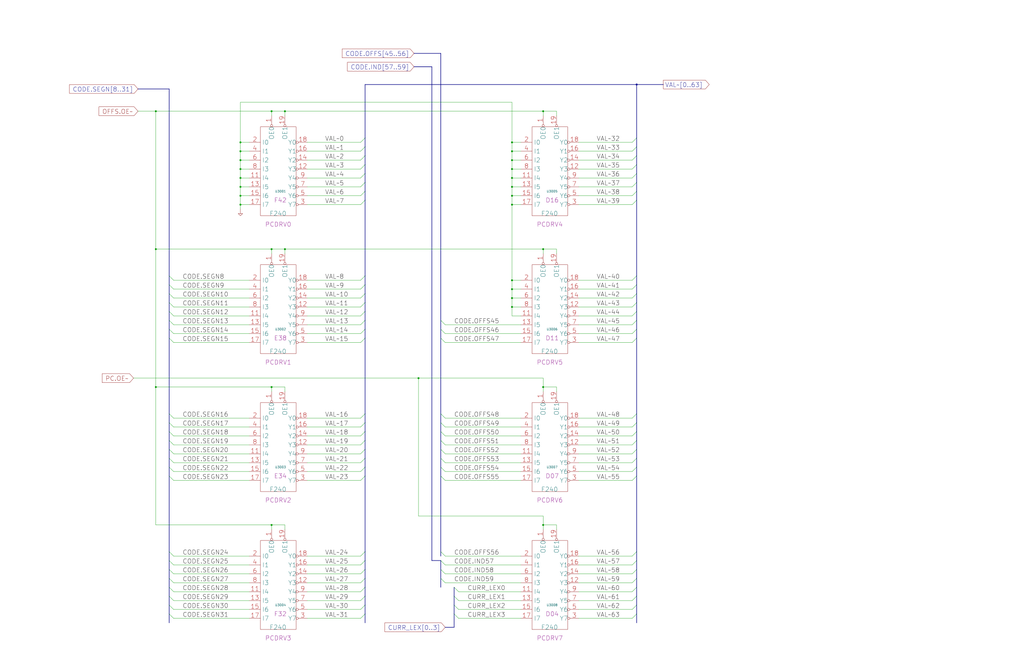
<source format=kicad_sch>
(kicad_sch (version 20250114) (generator "eeschema") (generator_version "9.0")
  (paper "User" 584.2 378.46)
  (title_block (title "CODE DRIVER") (date "22-MAY-90") (rev "1.0") (comment 1 "SEQUENCER") (comment 2 "232-003064") (comment 3 "S400") (comment 4 "RELEASED"))
  (lib_symbols
    (symbol "r1000:F240" (pin_names (offset 1.016))
      (property "Reference" "U" (at 2.54 5.08 0))
      (property "Value" "F240" (at -3.81 -7.62 0))
      (property "Location" "___" (at -1.27 0 0))
      (property "Name" "______" (at 1.27 -15.24 0))
      (symbol "F240_1_1"
        (rectangle (start -8.89 41.91) (end 11.43 -8.89))
        (circle (center -2.54 42.545) (radius 0.635))
        (circle (center 5.08 42.545) (radius 0.635))
        (circle (center 12.065 33.02) (radius 0.635))
        (circle (center 12.065 27.94) (radius 0.635))
        (circle (center 12.065 22.86) (radius 0.635))
        (circle (center 12.065 17.78) (radius 0.635))
        (circle (center 12.065 12.7) (radius 0.635))
        (circle (center 12.065 7.62) (radius 0.635))
        (circle (center 12.065 2.54) (radius 0.635))
        (circle (center 12.065 -2.54) (radius 0.635))
        (pin input line (at -15.24 33.02 0) (length 6.35) (name "I0") (number "2"))
        (pin input line (at -15.24 27.94 0) (length 6.35) (name "I1") (number "4"))
        (pin input line (at -15.24 22.86 0) (length 6.35) (name "I2") (number "6"))
        (pin input line (at -15.24 17.78 0) (length 6.35) (name "I3") (number "8"))
        (pin input line (at -15.24 12.7 0) (length 6.35) (name "I4") (number "11"))
        (pin input line (at -15.24 7.62 0) (length 6.35) (name "I5") (number "13"))
        (pin input line (at -15.24 2.54 0) (length 6.35) (name "I6") (number "15"))
        (pin input line (at -15.24 -2.54 0) (length 6.35) (name "I7") (number "17"))
        (pin input line (at -2.54 48.26 270) (length 5.08) (name "OE0") (number "1"))
        (pin input line (at 5.08 48.26 270) (length 5.08) (name "OE1") (number "19"))
        (pin tri_state line (at 17.78 33.02 180) (length 5.08) (name "Y0") (number "18"))
        (pin tri_state line (at 17.78 27.94 180) (length 5.08) (name "Y1") (number "16"))
        (pin tri_state line (at 17.78 22.86 180) (length 5.08) (name "Y2") (number "14"))
        (pin tri_state line (at 17.78 17.78 180) (length 5.08) (name "Y3") (number "12"))
        (pin tri_state line (at 17.78 12.7 180) (length 5.08) (name "Y4") (number "9"))
        (pin tri_state line (at 17.78 7.62 180) (length 5.08) (name "Y5") (number "7"))
        (pin tri_state line (at 17.78 2.54 180) (length 5.08) (name "Y6") (number "5"))
        (pin tri_state line (at 17.78 -2.54 180) (length 5.08) (name "Y7") (number "3"))
      )
    )
    (symbol "r1000:PD" (power) (pin_numbers (hide yes)) (pin_names (hide yes)) (in_bom no)
      (symbol "PD_0_1"
        (polyline (pts (xy 0 -2.54) (xy 1.27 -2.54) (xy 0 -3.81) (xy -1.27 -2.54) (xy 0 -2.54)) (stroke (width 0.1524)))
      )
      (symbol "PD_1_1"
        (pin power_in line (at 0 0 270) (length 2.54) (name "PD") (number "1"))
      )
    )
  )
  (junction (at 292.1 81.28))
  (junction (at 137.16 111.76))
  (junction (at 137.16 96.52))
  (junction (at 292.1 116.84))
  (junction (at 292.1 175.26))
  (junction (at 162.56 142.24))
  (junction (at 88.9 220.98))
  (junction (at 137.16 91.44))
  (junction (at 309.88 220.98))
  (junction (at 292.1 101.6))
  (junction (at 292.1 165.1))
  (junction (at 292.1 170.18))
  (junction (at 137.16 101.6))
  (junction (at 154.94 220.98))
  (junction (at 292.1 86.36))
  (junction (at 88.9 63.5))
  (junction (at 137.16 86.36))
  (junction (at 292.1 96.52))
  (junction (at 292.1 111.76))
  (junction (at 292.1 91.44))
  (junction (at 137.16 81.28))
  (junction (at 309.88 142.24))
  (junction (at 154.94 142.24))
  (junction (at 309.88 299.72))
  (junction (at 137.16 116.84))
  (junction (at 154.94 63.5))
  (junction (at 238.76 215.9))
  (junction (at 88.9 142.24))
  (junction (at 162.56 63.5))
  (junction (at 154.94 299.72))
  (junction (at 292.1 106.68))
  (junction (at 137.16 106.68))
  (junction (at 309.88 63.5))
  (junction (at 363.22 48.26))
  (junction (at 292.1 160.02))
  (bus_entry (at 363.22 104.14) (size -2.54 2.54))
  (bus_entry (at 363.22 193.04) (size -2.54 2.54))
  (bus_entry (at 208.28 241.3) (size -2.54 2.54))
  (bus_entry (at 251.46 266.7) (size 2.54 2.54))
  (bus_entry (at 363.22 251.46) (size -2.54 2.54))
  (bus_entry (at 208.28 99.06) (size -2.54 2.54))
  (bus_entry (at 259.08 340.36) (size 2.54 2.54))
  (bus_entry (at 251.46 246.38) (size 2.54 2.54))
  (bus_entry (at 208.28 104.14) (size -2.54 2.54))
  (bus_entry (at 208.28 330.2) (size -2.54 2.54))
  (bus_entry (at 208.28 256.54) (size -2.54 2.54))
  (bus_entry (at 208.28 93.98) (size -2.54 2.54))
  (bus_entry (at 259.08 345.44) (size 2.54 2.54))
  (bus_entry (at 208.28 335.28) (size -2.54 2.54))
  (bus_entry (at 208.28 350.52) (size -2.54 2.54))
  (bus_entry (at 251.46 251.46) (size 2.54 2.54))
  (bus_entry (at 208.28 162.56) (size -2.54 2.54))
  (bus_entry (at 96.52 335.28) (size 2.54 2.54))
  (bus_entry (at 96.52 193.04) (size 2.54 2.54))
  (bus_entry (at 96.52 340.36) (size 2.54 2.54))
  (bus_entry (at 363.22 340.36) (size -2.54 2.54))
  (bus_entry (at 208.28 88.9) (size -2.54 2.54))
  (bus_entry (at 208.28 314.96) (size -2.54 2.54))
  (bus_entry (at 208.28 325.12) (size -2.54 2.54))
  (bus_entry (at 208.28 266.7) (size -2.54 2.54))
  (bus_entry (at 96.52 157.48) (size 2.54 2.54))
  (bus_entry (at 96.52 246.38) (size 2.54 2.54))
  (bus_entry (at 208.28 182.88) (size -2.54 2.54))
  (bus_entry (at 363.22 256.54) (size -2.54 2.54))
  (bus_entry (at 363.22 162.56) (size -2.54 2.54))
  (bus_entry (at 208.28 251.46) (size -2.54 2.54))
  (bus_entry (at 251.46 261.62) (size 2.54 2.54))
  (bus_entry (at 208.28 345.44) (size -2.54 2.54))
  (bus_entry (at 363.22 93.98) (size -2.54 2.54))
  (bus_entry (at 363.22 320.04) (size -2.54 2.54))
  (bus_entry (at 363.22 314.96) (size -2.54 2.54))
  (bus_entry (at 208.28 340.36) (size -2.54 2.54))
  (bus_entry (at 251.46 182.88) (size 2.54 2.54))
  (bus_entry (at 259.08 350.52) (size 2.54 2.54))
  (bus_entry (at 363.22 88.9) (size -2.54 2.54))
  (bus_entry (at 363.22 157.48) (size -2.54 2.54))
  (bus_entry (at 363.22 325.12) (size -2.54 2.54))
  (bus_entry (at 363.22 109.22) (size -2.54 2.54))
  (bus_entry (at 363.22 350.52) (size -2.54 2.54))
  (bus_entry (at 96.52 172.72) (size 2.54 2.54))
  (bus_entry (at 363.22 261.62) (size -2.54 2.54))
  (bus_entry (at 251.46 241.3) (size 2.54 2.54))
  (bus_entry (at 363.22 246.38) (size -2.54 2.54))
  (bus_entry (at 96.52 177.8) (size 2.54 2.54))
  (bus_entry (at 96.52 256.54) (size 2.54 2.54))
  (bus_entry (at 96.52 314.96) (size 2.54 2.54))
  (bus_entry (at 208.28 83.82) (size -2.54 2.54))
  (bus_entry (at 96.52 241.3) (size 2.54 2.54))
  (bus_entry (at 96.52 182.88) (size 2.54 2.54))
  (bus_entry (at 96.52 325.12) (size 2.54 2.54))
  (bus_entry (at 96.52 271.78) (size 2.54 2.54))
  (bus_entry (at 96.52 236.22) (size 2.54 2.54))
  (bus_entry (at 96.52 167.64) (size 2.54 2.54))
  (bus_entry (at 208.28 261.62) (size -2.54 2.54))
  (bus_entry (at 208.28 78.74) (size -2.54 2.54))
  (bus_entry (at 96.52 345.44) (size 2.54 2.54))
  (bus_entry (at 363.22 241.3) (size -2.54 2.54))
  (bus_entry (at 208.28 320.04) (size -2.54 2.54))
  (bus_entry (at 363.22 236.22) (size -2.54 2.54))
  (bus_entry (at 251.46 187.96) (size 2.54 2.54))
  (bus_entry (at 208.28 271.78) (size -2.54 2.54))
  (bus_entry (at 251.46 236.22) (size 2.54 2.54))
  (bus_entry (at 251.46 271.78) (size 2.54 2.54))
  (bus_entry (at 363.22 266.7) (size -2.54 2.54))
  (bus_entry (at 363.22 182.88) (size -2.54 2.54))
  (bus_entry (at 363.22 330.2) (size -2.54 2.54))
  (bus_entry (at 363.22 345.44) (size -2.54 2.54))
  (bus_entry (at 208.28 109.22) (size -2.54 2.54))
  (bus_entry (at 96.52 162.56) (size 2.54 2.54))
  (bus_entry (at 96.52 350.52) (size 2.54 2.54))
  (bus_entry (at 96.52 320.04) (size 2.54 2.54))
  (bus_entry (at 363.22 99.06) (size -2.54 2.54))
  (bus_entry (at 259.08 335.28) (size 2.54 2.54))
  (bus_entry (at 96.52 330.2) (size 2.54 2.54))
  (bus_entry (at 251.46 193.04) (size 2.54 2.54))
  (bus_entry (at 251.46 320.04) (size 2.54 2.54))
  (bus_entry (at 208.28 157.48) (size -2.54 2.54))
  (bus_entry (at 251.46 314.96) (size 2.54 2.54))
  (bus_entry (at 363.22 271.78) (size -2.54 2.54))
  (bus_entry (at 96.52 251.46) (size 2.54 2.54))
  (bus_entry (at 208.28 177.8) (size -2.54 2.54))
  (bus_entry (at 208.28 236.22) (size -2.54 2.54))
  (bus_entry (at 208.28 167.64) (size -2.54 2.54))
  (bus_entry (at 208.28 193.04) (size -2.54 2.54))
  (bus_entry (at 96.52 187.96) (size 2.54 2.54))
  (bus_entry (at 208.28 246.38) (size -2.54 2.54))
  (bus_entry (at 96.52 261.62) (size 2.54 2.54))
  (bus_entry (at 363.22 114.3) (size -2.54 2.54))
  (bus_entry (at 363.22 335.28) (size -2.54 2.54))
  (bus_entry (at 251.46 256.54) (size 2.54 2.54))
  (bus_entry (at 208.28 172.72) (size -2.54 2.54))
  (bus_entry (at 363.22 83.82) (size -2.54 2.54))
  (bus_entry (at 251.46 330.2) (size 2.54 2.54))
  (bus_entry (at 363.22 78.74) (size -2.54 2.54))
  (bus_entry (at 363.22 167.64) (size -2.54 2.54))
  (bus_entry (at 363.22 187.96) (size -2.54 2.54))
  (bus_entry (at 363.22 172.72) (size -2.54 2.54))
  (bus_entry (at 363.22 177.8) (size -2.54 2.54))
  (bus_entry (at 208.28 187.96) (size -2.54 2.54))
  (bus_entry (at 208.28 114.3) (size -2.54 2.54))
  (bus_entry (at 96.52 266.7) (size 2.54 2.54))
  (bus_entry (at 251.46 325.12) (size 2.54 2.54))
  (wire (pts (xy 88.9 142.24) (xy 88.9 63.5)))
  (wire (pts (xy 292.1 165.1) (xy 297.18 165.1)))
  (wire (pts (xy 88.9 220.98) (xy 88.9 142.24)))
  (wire (pts (xy 292.1 165.1) (xy 292.1 160.02)))
  (wire (pts (xy 175.26 274.32) (xy 205.74 274.32)))
  (wire (pts (xy 330.2 106.68) (xy 360.68 106.68)))
  (wire (pts (xy 175.26 337.82) (xy 205.74 337.82)))
  (wire (pts (xy 137.16 116.84) (xy 137.16 119.38)))
  (bus (pts (xy 363.22 246.38) (xy 363.22 251.46)))
  (wire (pts (xy 292.1 116.84) (xy 297.18 116.84)))
  (wire (pts (xy 137.16 101.6) (xy 137.16 96.52)))
  (wire (pts (xy 330.2 243.84) (xy 360.68 243.84)))
  (bus (pts (xy 363.22 187.96) (xy 363.22 193.04)))
  (wire (pts (xy 292.1 91.44) (xy 292.1 96.52)))
  (wire (pts (xy 292.1 111.76) (xy 297.18 111.76)))
  (wire (pts (xy 175.26 327.66) (xy 205.74 327.66)))
  (bus (pts (xy 208.28 320.04) (xy 208.28 325.12)))
  (wire (pts (xy 137.16 111.76) (xy 137.16 106.68)))
  (bus (pts (xy 363.22 104.14) (xy 363.22 109.22)))
  (wire (pts (xy 154.94 302.26) (xy 154.94 299.72)))
  (bus (pts (xy 246.38 320.04) (xy 246.38 38.1)))
  (wire (pts (xy 330.2 195.58) (xy 360.68 195.58)))
  (wire (pts (xy 238.76 215.9) (xy 309.88 215.9)))
  (bus (pts (xy 96.52 167.64) (xy 96.52 172.72)))
  (wire (pts (xy 292.1 160.02) (xy 292.1 116.84)))
  (wire (pts (xy 175.26 170.18) (xy 205.74 170.18)))
  (bus (pts (xy 251.46 187.96) (xy 251.46 193.04)))
  (bus (pts (xy 363.22 335.28) (xy 363.22 340.36)))
  (wire (pts (xy 317.5 220.98) (xy 317.5 223.52)))
  (wire (pts (xy 99.06 170.18) (xy 142.24 170.18)))
  (wire (pts (xy 330.2 317.5) (xy 360.68 317.5)))
  (wire (pts (xy 309.88 294.64) (xy 238.76 294.64)))
  (bus (pts (xy 363.22 320.04) (xy 363.22 325.12)))
  (bus (pts (xy 251.46 182.88) (xy 251.46 187.96)))
  (bus (pts (xy 208.28 114.3) (xy 208.28 157.48)))
  (wire (pts (xy 254 243.84) (xy 297.18 243.84)))
  (bus (pts (xy 208.28 88.9) (xy 208.28 93.98)))
  (wire (pts (xy 137.16 86.36) (xy 142.24 86.36)))
  (bus (pts (xy 208.28 266.7) (xy 208.28 271.78)))
  (wire (pts (xy 317.5 142.24) (xy 317.5 144.78)))
  (wire (pts (xy 292.1 111.76) (xy 292.1 106.68)))
  (wire (pts (xy 88.9 142.24) (xy 154.94 142.24)))
  (wire (pts (xy 162.56 220.98) (xy 162.56 223.52)))
  (bus (pts (xy 96.52 256.54) (xy 96.52 261.62)))
  (wire (pts (xy 292.1 170.18) (xy 292.1 165.1)))
  (wire (pts (xy 297.18 180.34) (xy 292.1 180.34)))
  (bus (pts (xy 96.52 182.88) (xy 96.52 187.96)))
  (bus (pts (xy 96.52 325.12) (xy 96.52 330.2)))
  (wire (pts (xy 330.2 170.18) (xy 360.68 170.18)))
  (wire (pts (xy 99.06 347.98) (xy 142.24 347.98)))
  (bus (pts (xy 363.22 88.9) (xy 363.22 93.98)))
  (bus (pts (xy 208.28 78.74) (xy 208.28 83.82)))
  (wire (pts (xy 309.88 299.72) (xy 317.5 299.72)))
  (wire (pts (xy 88.9 63.5) (xy 154.94 63.5)))
  (bus (pts (xy 208.28 236.22) (xy 208.28 241.3)))
  (wire (pts (xy 309.88 299.72) (xy 309.88 294.64)))
  (bus (pts (xy 208.28 271.78) (xy 208.28 314.96)))
  (wire (pts (xy 99.06 175.26) (xy 142.24 175.26)))
  (bus (pts (xy 208.28 256.54) (xy 208.28 261.62)))
  (bus (pts (xy 208.28 162.56) (xy 208.28 167.64)))
  (wire (pts (xy 99.06 248.92) (xy 142.24 248.92)))
  (bus (pts (xy 96.52 320.04) (xy 96.52 325.12)))
  (wire (pts (xy 99.06 180.34) (xy 142.24 180.34)))
  (bus (pts (xy 363.22 261.62) (xy 363.22 266.7)))
  (wire (pts (xy 330.2 91.44) (xy 360.68 91.44)))
  (bus (pts (xy 363.22 78.74) (xy 363.22 83.82)))
  (wire (pts (xy 162.56 142.24) (xy 162.56 144.78)))
  (bus (pts (xy 96.52 193.04) (xy 96.52 236.22)))
  (wire (pts (xy 330.2 347.98) (xy 360.68 347.98)))
  (bus (pts (xy 363.22 266.7) (xy 363.22 271.78)))
  (bus (pts (xy 363.22 167.64) (xy 363.22 172.72)))
  (bus (pts (xy 251.46 30.48) (xy 251.46 182.88)))
  (bus (pts (xy 251.46 261.62) (xy 251.46 266.7)))
  (wire (pts (xy 88.9 220.98) (xy 154.94 220.98)))
  (bus (pts (xy 96.52 172.72) (xy 96.52 177.8)))
  (wire (pts (xy 175.26 353.06) (xy 205.74 353.06)))
  (bus (pts (xy 208.28 104.14) (xy 208.28 109.22)))
  (wire (pts (xy 137.16 111.76) (xy 142.24 111.76)))
  (wire (pts (xy 175.26 96.52) (xy 205.74 96.52)))
  (bus (pts (xy 363.22 83.82) (xy 363.22 88.9)))
  (bus (pts (xy 363.22 345.44) (xy 363.22 350.52)))
  (bus (pts (xy 251.46 266.7) (xy 251.46 271.78)))
  (wire (pts (xy 175.26 86.36) (xy 205.74 86.36)))
  (bus (pts (xy 208.28 325.12) (xy 208.28 330.2)))
  (wire (pts (xy 154.94 223.52) (xy 154.94 220.98)))
  (wire (pts (xy 99.06 185.42) (xy 142.24 185.42)))
  (wire (pts (xy 162.56 299.72) (xy 162.56 302.26)))
  (wire (pts (xy 292.1 106.68) (xy 292.1 101.6)))
  (wire (pts (xy 137.16 58.42) (xy 292.1 58.42)))
  (wire (pts (xy 99.06 264.16) (xy 142.24 264.16)))
  (wire (pts (xy 330.2 353.06) (xy 360.68 353.06)))
  (wire (pts (xy 175.26 269.24) (xy 205.74 269.24)))
  (wire (pts (xy 175.26 101.6) (xy 205.74 101.6)))
  (wire (pts (xy 292.1 86.36) (xy 297.18 86.36)))
  (wire (pts (xy 292.1 81.28) (xy 292.1 86.36)))
  (bus (pts (xy 96.52 236.22) (xy 96.52 241.3)))
  (wire (pts (xy 137.16 116.84) (xy 137.16 111.76)))
  (wire (pts (xy 162.56 63.5) (xy 162.56 66.04)))
  (wire (pts (xy 254 322.58) (xy 297.18 322.58)))
  (wire (pts (xy 99.06 317.5) (xy 142.24 317.5)))
  (wire (pts (xy 99.06 322.58) (xy 142.24 322.58)))
  (wire (pts (xy 137.16 91.44) (xy 137.16 86.36)))
  (bus (pts (xy 251.46 236.22) (xy 251.46 241.3)))
  (bus (pts (xy 251.46 330.2) (xy 251.46 335.28)))
  (bus (pts (xy 363.22 314.96) (xy 363.22 320.04)))
  (wire (pts (xy 292.1 170.18) (xy 297.18 170.18)))
  (bus (pts (xy 259.08 340.36) (xy 259.08 345.44)))
  (bus (pts (xy 259.08 335.28) (xy 259.08 340.36)))
  (wire (pts (xy 254 269.24) (xy 297.18 269.24)))
  (bus (pts (xy 236.22 38.1) (xy 246.38 38.1)))
  (bus (pts (xy 363.22 182.88) (xy 363.22 187.96)))
  (wire (pts (xy 330.2 238.76) (xy 360.68 238.76)))
  (wire (pts (xy 330.2 337.82) (xy 360.68 337.82)))
  (wire (pts (xy 330.2 185.42) (xy 360.68 185.42)))
  (wire (pts (xy 175.26 317.5) (xy 205.74 317.5)))
  (bus (pts (xy 208.28 241.3) (xy 208.28 246.38)))
  (bus (pts (xy 208.28 182.88) (xy 208.28 187.96)))
  (wire (pts (xy 137.16 86.36) (xy 137.16 81.28)))
  (bus (pts (xy 363.22 48.26) (xy 363.22 78.74)))
  (bus (pts (xy 251.46 256.54) (xy 251.46 261.62)))
  (wire (pts (xy 175.26 264.16) (xy 205.74 264.16)))
  (wire (pts (xy 99.06 342.9) (xy 142.24 342.9)))
  (wire (pts (xy 292.1 175.26) (xy 292.1 170.18)))
  (bus (pts (xy 208.28 340.36) (xy 208.28 345.44)))
  (wire (pts (xy 309.88 302.26) (xy 309.88 299.72)))
  (wire (pts (xy 292.1 180.34) (xy 292.1 175.26)))
  (wire (pts (xy 99.06 353.06) (xy 142.24 353.06)))
  (bus (pts (xy 78.74 50.8) (xy 96.52 50.8)))
  (wire (pts (xy 309.88 66.04) (xy 309.88 63.5)))
  (bus (pts (xy 251.46 246.38) (xy 251.46 251.46)))
  (wire (pts (xy 175.26 111.76) (xy 205.74 111.76)))
  (wire (pts (xy 238.76 215.9) (xy 238.76 294.64)))
  (wire (pts (xy 309.88 142.24) (xy 317.5 142.24)))
  (bus (pts (xy 208.28 48.26) (xy 363.22 48.26)))
  (bus (pts (xy 96.52 330.2) (xy 96.52 335.28)))
  (wire (pts (xy 137.16 96.52) (xy 137.16 91.44)))
  (bus (pts (xy 363.22 241.3) (xy 363.22 246.38)))
  (wire (pts (xy 292.1 91.44) (xy 297.18 91.44)))
  (bus (pts (xy 208.28 93.98) (xy 208.28 99.06)))
  (wire (pts (xy 330.2 86.36) (xy 360.68 86.36)))
  (wire (pts (xy 309.88 220.98) (xy 317.5 220.98)))
  (wire (pts (xy 154.94 63.5) (xy 162.56 63.5)))
  (bus (pts (xy 96.52 314.96) (xy 96.52 320.04)))
  (wire (pts (xy 175.26 254) (xy 205.74 254)))
  (wire (pts (xy 175.26 106.68) (xy 205.74 106.68)))
  (bus (pts (xy 96.52 246.38) (xy 96.52 251.46)))
  (wire (pts (xy 330.2 264.16) (xy 360.68 264.16)))
  (wire (pts (xy 175.26 190.5) (xy 205.74 190.5)))
  (bus (pts (xy 96.52 340.36) (xy 96.52 345.44)))
  (wire (pts (xy 292.1 175.26) (xy 297.18 175.26)))
  (wire (pts (xy 175.26 259.08) (xy 205.74 259.08)))
  (wire (pts (xy 330.2 116.84) (xy 360.68 116.84)))
  (bus (pts (xy 208.28 99.06) (xy 208.28 104.14)))
  (wire (pts (xy 76.2 215.9) (xy 238.76 215.9)))
  (bus (pts (xy 251.46 325.12) (xy 251.46 330.2)))
  (wire (pts (xy 137.16 106.68) (xy 137.16 101.6)))
  (wire (pts (xy 175.26 342.9) (xy 205.74 342.9)))
  (wire (pts (xy 175.26 160.02) (xy 205.74 160.02)))
  (wire (pts (xy 292.1 106.68) (xy 297.18 106.68)))
  (wire (pts (xy 175.26 248.92) (xy 205.74 248.92)))
  (wire (pts (xy 137.16 101.6) (xy 142.24 101.6)))
  (wire (pts (xy 137.16 81.28) (xy 142.24 81.28)))
  (wire (pts (xy 254 185.42) (xy 297.18 185.42)))
  (wire (pts (xy 175.26 185.42) (xy 205.74 185.42)))
  (wire (pts (xy 261.62 342.9) (xy 297.18 342.9)))
  (wire (pts (xy 175.26 322.58) (xy 205.74 322.58)))
  (wire (pts (xy 99.06 274.32) (xy 142.24 274.32)))
  (wire (pts (xy 254 238.76) (xy 297.18 238.76)))
  (wire (pts (xy 99.06 190.5) (xy 142.24 190.5)))
  (bus (pts (xy 254 358.14) (xy 259.08 358.14)))
  (wire (pts (xy 137.16 81.28) (xy 137.16 58.42)))
  (wire (pts (xy 175.26 243.84) (xy 205.74 243.84)))
  (wire (pts (xy 317.5 63.5) (xy 317.5 66.04)))
  (wire (pts (xy 254 190.5) (xy 297.18 190.5)))
  (wire (pts (xy 99.06 259.08) (xy 142.24 259.08)))
  (bus (pts (xy 251.46 193.04) (xy 251.46 236.22)))
  (wire (pts (xy 254 264.16) (xy 297.18 264.16)))
  (bus (pts (xy 363.22 109.22) (xy 363.22 114.3)))
  (bus (pts (xy 208.28 251.46) (xy 208.28 256.54)))
  (bus (pts (xy 363.22 193.04) (xy 363.22 236.22)))
  (bus (pts (xy 208.28 335.28) (xy 208.28 340.36)))
  (wire (pts (xy 99.06 160.02) (xy 142.24 160.02)))
  (wire (pts (xy 330.2 180.34) (xy 360.68 180.34)))
  (wire (pts (xy 175.26 116.84) (xy 205.74 116.84)))
  (wire (pts (xy 162.56 63.5) (xy 309.88 63.5)))
  (bus (pts (xy 363.22 162.56) (xy 363.22 167.64)))
  (wire (pts (xy 309.88 223.52) (xy 309.88 220.98)))
  (wire (pts (xy 330.2 165.1) (xy 360.68 165.1)))
  (wire (pts (xy 154.94 144.78) (xy 154.94 142.24)))
  (wire (pts (xy 175.26 332.74) (xy 205.74 332.74)))
  (wire (pts (xy 154.94 299.72) (xy 162.56 299.72)))
  (wire (pts (xy 330.2 254) (xy 360.68 254)))
  (bus (pts (xy 363.22 172.72) (xy 363.22 177.8)))
  (bus (pts (xy 251.46 320.04) (xy 251.46 325.12)))
  (wire (pts (xy 254 327.66) (xy 297.18 327.66)))
  (wire (pts (xy 330.2 322.58) (xy 360.68 322.58)))
  (wire (pts (xy 254 248.92) (xy 297.18 248.92)))
  (bus (pts (xy 96.52 241.3) (xy 96.52 246.38)))
  (wire (pts (xy 309.88 144.78) (xy 309.88 142.24)))
  (bus (pts (xy 208.28 167.64) (xy 208.28 172.72)))
  (wire (pts (xy 99.06 337.82) (xy 142.24 337.82)))
  (bus (pts (xy 363.22 157.48) (xy 363.22 162.56)))
  (bus (pts (xy 208.28 48.26) (xy 208.28 78.74)))
  (wire (pts (xy 292.1 101.6) (xy 292.1 96.52)))
  (wire (pts (xy 254 254) (xy 297.18 254)))
  (bus (pts (xy 363.22 114.3) (xy 363.22 157.48)))
  (wire (pts (xy 254 317.5) (xy 297.18 317.5)))
  (bus (pts (xy 96.52 251.46) (xy 96.52 256.54)))
  (wire (pts (xy 317.5 299.72) (xy 317.5 302.26)))
  (wire (pts (xy 99.06 332.74) (xy 142.24 332.74)))
  (bus (pts (xy 363.22 236.22) (xy 363.22 241.3)))
  (wire (pts (xy 330.2 160.02) (xy 360.68 160.02)))
  (wire (pts (xy 78.74 63.5) (xy 88.9 63.5)))
  (wire (pts (xy 330.2 81.28) (xy 360.68 81.28)))
  (bus (pts (xy 363.22 350.52) (xy 363.22 355.6)))
  (bus (pts (xy 96.52 271.78) (xy 96.52 314.96)))
  (wire (pts (xy 292.1 160.02) (xy 297.18 160.02)))
  (bus (pts (xy 96.52 187.96) (xy 96.52 193.04)))
  (bus (pts (xy 96.52 266.7) (xy 96.52 271.78)))
  (bus (pts (xy 251.46 314.96) (xy 251.46 317.5)))
  (wire (pts (xy 99.06 238.76) (xy 142.24 238.76)))
  (bus (pts (xy 363.22 325.12) (xy 363.22 330.2)))
  (bus (pts (xy 363.22 48.26) (xy 378.46 48.26)))
  (wire (pts (xy 292.1 101.6) (xy 297.18 101.6)))
  (bus (pts (xy 96.52 261.62) (xy 96.52 266.7)))
  (wire (pts (xy 330.2 190.5) (xy 360.68 190.5)))
  (wire (pts (xy 254 195.58) (xy 297.18 195.58)))
  (bus (pts (xy 208.28 83.82) (xy 208.28 88.9)))
  (wire (pts (xy 175.26 91.44) (xy 205.74 91.44)))
  (wire (pts (xy 137.16 91.44) (xy 142.24 91.44)))
  (wire (pts (xy 330.2 259.08) (xy 360.68 259.08)))
  (wire (pts (xy 261.62 337.82) (xy 297.18 337.82)))
  (bus (pts (xy 363.22 330.2) (xy 363.22 335.28)))
  (wire (pts (xy 175.26 165.1) (xy 205.74 165.1)))
  (bus (pts (xy 96.52 177.8) (xy 96.52 182.88)))
  (bus (pts (xy 363.22 340.36) (xy 363.22 345.44)))
  (bus (pts (xy 363.22 256.54) (xy 363.22 261.62)))
  (wire (pts (xy 175.26 180.34) (xy 205.74 180.34)))
  (wire (pts (xy 261.62 353.06) (xy 297.18 353.06)))
  (wire (pts (xy 99.06 269.24) (xy 142.24 269.24)))
  (wire (pts (xy 330.2 248.92) (xy 360.68 248.92)))
  (wire (pts (xy 154.94 220.98) (xy 162.56 220.98)))
  (bus (pts (xy 363.22 177.8) (xy 363.22 182.88)))
  (wire (pts (xy 292.1 116.84) (xy 292.1 111.76)))
  (wire (pts (xy 292.1 58.42) (xy 292.1 81.28)))
  (bus (pts (xy 208.28 345.44) (xy 208.28 350.52)))
  (bus (pts (xy 208.28 109.22) (xy 208.28 114.3)))
  (wire (pts (xy 137.16 96.52) (xy 142.24 96.52)))
  (wire (pts (xy 137.16 106.68) (xy 142.24 106.68)))
  (wire (pts (xy 330.2 327.66) (xy 360.68 327.66)))
  (wire (pts (xy 309.88 63.5) (xy 317.5 63.5)))
  (wire (pts (xy 175.26 238.76) (xy 205.74 238.76)))
  (bus (pts (xy 208.28 314.96) (xy 208.28 320.04)))
  (wire (pts (xy 254 259.08) (xy 297.18 259.08)))
  (wire (pts (xy 330.2 111.76) (xy 360.68 111.76)))
  (bus (pts (xy 208.28 187.96) (xy 208.28 193.04)))
  (wire (pts (xy 330.2 342.9) (xy 360.68 342.9)))
  (bus (pts (xy 96.52 50.8) (xy 96.52 157.48)))
  (wire (pts (xy 175.26 175.26) (xy 205.74 175.26)))
  (bus (pts (xy 236.22 30.48) (xy 251.46 30.48)))
  (wire (pts (xy 330.2 332.74) (xy 360.68 332.74)))
  (bus (pts (xy 208.28 177.8) (xy 208.28 182.88)))
  (wire (pts (xy 292.1 86.36) (xy 292.1 91.44)))
  (wire (pts (xy 175.26 81.28) (xy 205.74 81.28)))
  (wire (pts (xy 261.62 347.98) (xy 297.18 347.98)))
  (bus (pts (xy 363.22 93.98) (xy 363.22 99.06)))
  (bus (pts (xy 259.08 350.52) (xy 259.08 358.14)))
  (wire (pts (xy 175.26 195.58) (xy 205.74 195.58)))
  (wire (pts (xy 99.06 243.84) (xy 142.24 243.84)))
  (bus (pts (xy 208.28 330.2) (xy 208.28 335.28)))
  (wire (pts (xy 309.88 215.9) (xy 309.88 220.98)))
  (wire (pts (xy 330.2 175.26) (xy 360.68 175.26)))
  (wire (pts (xy 88.9 299.72) (xy 88.9 220.98)))
  (bus (pts (xy 208.28 246.38) (xy 208.28 251.46)))
  (wire (pts (xy 292.1 96.52) (xy 297.18 96.52)))
  (wire (pts (xy 154.94 142.24) (xy 162.56 142.24)))
  (wire (pts (xy 99.06 195.58) (xy 142.24 195.58)))
  (wire (pts (xy 292.1 81.28) (xy 297.18 81.28)))
  (bus (pts (xy 208.28 261.62) (xy 208.28 266.7)))
  (wire (pts (xy 330.2 274.32) (xy 360.68 274.32)))
  (bus (pts (xy 251.46 251.46) (xy 251.46 256.54)))
  (bus (pts (xy 363.22 251.46) (xy 363.22 256.54)))
  (bus (pts (xy 208.28 350.52) (xy 208.28 355.6)))
  (bus (pts (xy 96.52 345.44) (xy 96.52 350.52)))
  (bus (pts (xy 259.08 345.44) (xy 259.08 350.52)))
  (bus (pts (xy 96.52 162.56) (xy 96.52 167.64)))
  (wire (pts (xy 330.2 269.24) (xy 360.68 269.24)))
  (bus (pts (xy 208.28 172.72) (xy 208.28 177.8)))
  (wire (pts (xy 99.06 165.1) (xy 142.24 165.1)))
  (bus (pts (xy 96.52 157.48) (xy 96.52 162.56)))
  (wire (pts (xy 330.2 101.6) (xy 360.68 101.6)))
  (bus (pts (xy 208.28 157.48) (xy 208.28 162.56)))
  (bus (pts (xy 208.28 193.04) (xy 208.28 236.22)))
  (wire (pts (xy 254 332.74) (xy 297.18 332.74)))
  (wire (pts (xy 99.06 327.66) (xy 142.24 327.66)))
  (bus (pts (xy 251.46 271.78) (xy 251.46 314.96)))
  (wire (pts (xy 175.26 347.98) (xy 205.74 347.98)))
  (bus (pts (xy 251.46 320.04) (xy 246.38 320.04)))
  (wire (pts (xy 330.2 96.52) (xy 360.68 96.52)))
  (wire (pts (xy 142.24 116.84) (xy 137.16 116.84)))
  (bus (pts (xy 251.46 241.3) (xy 251.46 246.38)))
  (wire (pts (xy 154.94 299.72) (xy 88.9 299.72)))
  (bus (pts (xy 363.22 99.06) (xy 363.22 104.14)))
  (bus (pts (xy 96.52 335.28) (xy 96.52 340.36)))
  (bus (pts (xy 363.22 271.78) (xy 363.22 314.96)))
  (wire (pts (xy 154.94 66.04) (xy 154.94 63.5)))
  (wire (pts (xy 99.06 254) (xy 142.24 254)))
  (bus (pts (xy 96.52 350.52) (xy 96.52 355.6)))
  (wire (pts (xy 162.56 142.24) (xy 309.88 142.24)))
  (wire (pts (xy 254 274.32) (xy 297.18 274.32)))
  (label "VAL~23" (at 185.42 274.32 0) (effects (font (size 2.54 2.54))))
  (label "CODE.SEGN12" (at 104.14 180.34 0) (effects (font (size 2.54 2.54))))
  (label "VAL~27" (at 185.42 332.74 0) (effects (font (size 2.54 2.54))))
  (label "CODE.SEGN22" (at 104.14 269.24 0) (effects (font (size 2.54 2.54))))
  (label "VAL~45" (at 340.36 185.42 0) (effects (font (size 2.54 2.54))))
  (label "VAL~10" (at 185.42 170.18 0) (effects (font (size 2.54 2.54))))
  (label "VAL~43" (at 340.36 175.26 0) (effects (font (size 2.54 2.54))))
  (label "VAL~47" (at 340.36 195.58 0) (effects (font (size 2.54 2.54))))
  (label "VAL~28" (at 185.42 337.82 0) (effects (font (size 2.54 2.54))))
  (label "CODE.OFFS55" (at 259.08 274.32 0) (effects (font (size 2.54 2.54))))
  (label "CODE.OFFS52" (at 259.08 259.08 0) (effects (font (size 2.54 2.54))))
  (label "VAL~8" (at 185.42 160.02 0) (effects (font (size 2.54 2.54))))
  (label "CODE.OFFS47" (at 259.08 195.58 0) (effects (font (size 2.54 2.54))))
  (label "VAL~14" (at 185.42 190.5 0) (effects (font (size 2.54 2.54))))
  (label "CODE.SEGN29" (at 104.14 342.9 0) (effects (font (size 2.54 2.54))))
  (label "VAL~41" (at 340.36 165.1 0) (effects (font (size 2.54 2.54))))
  (label "VAL~9" (at 185.42 165.1 0) (effects (font (size 2.54 2.54))))
  (label "VAL~4" (at 185.42 101.6 0) (effects (font (size 2.54 2.54))))
  (label "VAL~46" (at 340.36 190.5 0) (effects (font (size 2.54 2.54))))
  (label "VAL~53" (at 340.36 264.16 0) (effects (font (size 2.54 2.54))))
  (label "CODE.SEGN14" (at 104.14 190.5 0) (effects (font (size 2.54 2.54))))
  (label "CODE.IND57" (at 259.08 322.58 0) (effects (font (size 2.54 2.54))))
  (label "VAL~32" (at 340.36 81.28 0) (effects (font (size 2.54 2.54))))
  (label "VAL~3" (at 185.42 96.52 0) (effects (font (size 2.54 2.54))))
  (label "VAL~52" (at 340.36 259.08 0) (effects (font (size 2.54 2.54))))
  (label "CODE.SEGN24" (at 104.14 317.5 0) (effects (font (size 2.54 2.54))))
  (label "CODE.SEGN21" (at 104.14 264.16 0) (effects (font (size 2.54 2.54))))
  (label "VAL~25" (at 185.42 322.58 0) (effects (font (size 2.54 2.54))))
  (label "CODE.SEGN25" (at 104.14 322.58 0) (effects (font (size 2.54 2.54))))
  (label "VAL~0" (at 185.42 81.28 0) (effects (font (size 2.54 2.54))))
  (label "CODE.SEGN10" (at 104.14 170.18 0) (effects (font (size 2.54 2.54))))
  (label "VAL~54" (at 340.36 269.24 0) (effects (font (size 2.54 2.54))))
  (label "VAL~30" (at 185.42 347.98 0) (effects (font (size 2.54 2.54))))
  (label "VAL~37" (at 340.36 106.68 0) (effects (font (size 2.54 2.54))))
  (label "VAL~50" (at 340.36 248.92 0) (effects (font (size 2.54 2.54))))
  (label "VAL~62" (at 340.36 347.98 0) (effects (font (size 2.54 2.54))))
  (label "VAL~49" (at 340.36 243.84 0) (effects (font (size 2.54 2.54))))
  (label "CODE.OFFS53" (at 259.08 264.16 0) (effects (font (size 2.54 2.54))))
  (label "VAL~26" (at 185.42 327.66 0) (effects (font (size 2.54 2.54))))
  (label "VAL~51" (at 340.36 254 0) (effects (font (size 2.54 2.54))))
  (label "VAL~6" (at 185.42 111.76 0) (effects (font (size 2.54 2.54))))
  (label "CODE.SEGN30" (at 104.14 347.98 0) (effects (font (size 2.54 2.54))))
  (label "VAL~5" (at 185.42 106.68 0) (effects (font (size 2.54 2.54))))
  (label "VAL~21" (at 185.42 264.16 0) (effects (font (size 2.54 2.54))))
  (label "VAL~29" (at 185.42 342.9 0) (effects (font (size 2.54 2.54))))
  (label "VAL~22" (at 185.42 269.24 0) (effects (font (size 2.54 2.54))))
  (label "VAL~2" (at 185.42 91.44 0) (effects (font (size 2.54 2.54))))
  (label "VAL~11" (at 185.42 175.26 0) (effects (font (size 2.54 2.54))))
  (label "CODE.SEGN16" (at 104.14 238.76 0) (effects (font (size 2.54 2.54))))
  (label "CODE.OFFS50" (at 259.08 248.92 0) (effects (font (size 2.54 2.54))))
  (label "VAL~31" (at 185.42 353.06 0) (effects (font (size 2.54 2.54))))
  (label "CODE.OFFS51" (at 259.08 254 0) (effects (font (size 2.54 2.54))))
  (label "CODE.SEGN17" (at 104.14 243.84 0) (effects (font (size 2.54 2.54))))
  (label "VAL~39" (at 340.36 116.84 0) (effects (font (size 2.54 2.54))))
  (label "VAL~1" (at 185.42 86.36 0) (effects (font (size 2.54 2.54))))
  (label "CODE.SEGN19" (at 104.14 254 0) (effects (font (size 2.54 2.54))))
  (label "VAL~63" (at 340.36 353.06 0) (effects (font (size 2.54 2.54))))
  (label "VAL~36" (at 340.36 101.6 0) (effects (font (size 2.54 2.54))))
  (label "CODE.SEGN11" (at 104.14 175.26 0) (effects (font (size 2.54 2.54))))
  (label "CODE.OFFS45" (at 259.08 185.42 0) (effects (font (size 2.54 2.54))))
  (label "VAL~55" (at 340.36 274.32 0) (effects (font (size 2.54 2.54))))
  (label "CURR_LEX2" (at 266.7 347.98 0) (effects (font (size 2.54 2.54))))
  (label "VAL~18" (at 185.42 248.92 0) (effects (font (size 2.54 2.54))))
  (label "CODE.SEGN9" (at 104.14 165.1 0) (effects (font (size 2.54 2.54))))
  (label "CODE.SEGN20" (at 104.14 259.08 0) (effects (font (size 2.54 2.54))))
  (label "CODE.OFFS54" (at 259.08 269.24 0) (effects (font (size 2.54 2.54))))
  (label "VAL~58" (at 340.36 327.66 0) (effects (font (size 2.54 2.54))))
  (label "VAL~59" (at 340.36 332.74 0) (effects (font (size 2.54 2.54))))
  (label "VAL~48" (at 340.36 238.76 0) (effects (font (size 2.54 2.54))))
  (label "CODE.IND59" (at 259.08 332.74 0) (effects (font (size 2.54 2.54))))
  (label "VAL~34" (at 340.36 91.44 0) (effects (font (size 2.54 2.54))))
  (label "VAL~17" (at 185.42 243.84 0) (effects (font (size 2.54 2.54))))
  (label "CODE.SEGN13" (at 104.14 185.42 0) (effects (font (size 2.54 2.54))))
  (label "VAL~16" (at 185.42 238.76 0) (effects (font (size 2.54 2.54))))
  (label "VAL~35" (at 340.36 96.52 0) (effects (font (size 2.54 2.54))))
  (label "CODE.SEGN26" (at 104.14 327.66 0) (effects (font (size 2.54 2.54))))
  (label "CODE.SEGN18" (at 104.14 248.92 0) (effects (font (size 2.54 2.54))))
  (label "VAL~44" (at 340.36 180.34 0) (effects (font (size 2.54 2.54))))
  (label "VAL~12" (at 185.42 180.34 0) (effects (font (size 2.54 2.54))))
  (label "CODE.OFFS48" (at 259.08 238.76 0) (effects (font (size 2.54 2.54))))
  (label "VAL~19" (at 185.42 254 0) (effects (font (size 2.54 2.54))))
  (label "CODE.SEGN28" (at 104.14 337.82 0) (effects (font (size 2.54 2.54))))
  (label "VAL~40" (at 340.36 160.02 0) (effects (font (size 2.54 2.54))))
  (label "CODE.IND58" (at 259.08 327.66 0) (effects (font (size 2.54 2.54))))
  (label "VAL~56" (at 340.36 317.5 0) (effects (font (size 2.54 2.54))))
  (label "CODE.SEGN27" (at 104.14 332.74 0) (effects (font (size 2.54 2.54))))
  (label "VAL~7" (at 185.42 116.84 0) (effects (font (size 2.54 2.54))))
  (label "CURR_LEX0" (at 266.7 337.82 0) (effects (font (size 2.54 2.54))))
  (label "CODE.SEGN31" (at 104.14 353.06 0) (effects (font (size 2.54 2.54))))
  (label "VAL~60" (at 340.36 337.82 0) (effects (font (size 2.54 2.54))))
  (label "VAL~57" (at 340.36 322.58 0) (effects (font (size 2.54 2.54))))
  (label "CODE.SEGN23" (at 104.14 274.32 0) (effects (font (size 2.54 2.54))))
  (label "CURR_LEX1" (at 266.7 342.9 0) (effects (font (size 2.54 2.54))))
  (label "CURR_LEX3" (at 266.7 353.06 0) (effects (font (size 2.54 2.54))))
  (label "VAL~61" (at 340.36 342.9 0) (effects (font (size 2.54 2.54))))
  (label "VAL~42" (at 340.36 170.18 0) (effects (font (size 2.54 2.54))))
  (label "CODE.OFFS56" (at 259.08 317.5 0) (effects (font (size 2.54 2.54))))
  (label "VAL~20" (at 185.42 259.08 0) (effects (font (size 2.54 2.54))))
  (label "CODE.OFFS49" (at 259.08 243.84 0) (effects (font (size 2.54 2.54))))
  (label "VAL~33" (at 340.36 86.36 0) (effects (font (size 2.54 2.54))))
  (label "VAL~24" (at 185.42 317.5 0) (effects (font (size 2.54 2.54))))
  (label "CODE.SEGN15" (at 104.14 195.58 0) (effects (font (size 2.54 2.54))))
  (label "CODE.SEGN8" (at 104.14 160.02 0) (effects (font (size 2.54 2.54))))
  (label "VAL~15" (at 185.42 195.58 0) (effects (font (size 2.54 2.54))))
  (label "VAL~13" (at 185.42 185.42 0) (effects (font (size 2.54 2.54))))
  (label "CODE.OFFS46" (at 259.08 190.5 0) (effects (font (size 2.54 2.54))))
  (label "VAL~38" (at 340.36 111.76 0) (effects (font (size 2.54 2.54))))
  (global_label "CODE.IND[57..59]" (shape input) (at 236.22 38.1 180) (effects (font (size 2.54 2.54))) (property "Intersheetrefs" "${INTERSHEET_REFS}" (at 198.253 37.9413 0) (effects (font (size 1.905 1.905)) (justify right))))
  (global_label "CURR_LEX[0..3]" (shape input) (at 254 358.14 180) (effects (font (size 2.54 2.54))) (property "Intersheetrefs" "${INTERSHEET_REFS}" (at 219.5407 357.9813 0) (effects (font (size 1.905 1.905)) (justify right))))
  (global_label "CODE.OFFS[45..56]" (shape input) (at 236.22 30.48 180) (effects (font (size 2.54 2.54))) (property "Intersheetrefs" "${INTERSHEET_REFS}" (at 195.2292 30.3213 0) (effects (font (size 1.905 1.905)) (justify right))))
  (global_label "OFFS.OE~" (shape input) (at 78.74 63.5 180) (effects (font (size 2.54 2.54))) (property "Intersheetrefs" "${INTERSHEET_REFS}" (at 56.4969 63.3413 0) (effects (font (size 1.905 1.905)) (justify right))))
  (global_label "PC.OE~" (shape input) (at 76.2 215.9 180) (effects (font (size 2.54 2.54))) (property "Intersheetrefs" "${INTERSHEET_REFS}" (at 58.3111 215.7413 0) (effects (font (size 1.905 1.905)) (justify right))))
  (global_label "CODE.SEGN[8..31]" (shape input) (at 78.74 50.8 180) (effects (font (size 2.54 2.54))) (property "Intersheetrefs" "${INTERSHEET_REFS}" (at 39.6845 50.6413 0) (effects (font (size 1.905 1.905)) (justify right))))
  (global_label "VAL~[0..63]" (shape output) (at 378.46 48.26 0) (effects (font (size 2.54 2.54))) (property "Intersheetrefs" "${INTERSHEET_REFS}" (at 404.5736 48.1013 0) (effects (font (size 1.905 1.905)) (justify left))))
  (symbol (lib_id "r1000:F240") (at 312.42 271.78 0) (unit 1)
    (property "Reference" "U3007" (at 314.96 266.7 0))
    (property "Value" "F240" (at 308.61 279.4 0) (effects (font (size 2.54 2.54)) (justify left)))
    (property "Location" "D07" (at 311.15 271.78 0) (effects (font (size 2.54 2.54)) (justify left)))
    (property "Name" "PCDRV6" (at 313.69 287.02 0) (effects (font (size 2.54 2.54)) (justify bottom)))
  )
  (symbol (lib_id "r1000:F240") (at 157.48 271.78 0) (unit 1)
    (property "Reference" "U3003" (at 160.02 266.7 0))
    (property "Value" "F240" (at 153.67 279.4 0) (effects (font (size 2.54 2.54)) (justify left)))
    (property "Location" "E34" (at 156.21 271.78 0) (effects (font (size 2.54 2.54)) (justify left)))
    (property "Name" "PCDRV2" (at 158.75 287.02 0) (effects (font (size 2.54 2.54)) (justify bottom)))
  )
  (symbol (lib_id "r1000:F240") (at 312.42 114.3 0) (unit 1)
    (property "Reference" "U3005" (at 314.96 109.22 0))
    (property "Value" "F240" (at 308.61 121.92 0) (effects (font (size 2.54 2.54)) (justify left)))
    (property "Location" "D16" (at 311.15 114.3 0) (effects (font (size 2.54 2.54)) (justify left)))
    (property "Name" "PCDRV4" (at 313.69 129.54 0) (effects (font (size 2.54 2.54)) (justify bottom)))
  )
  (symbol (lib_id "r1000:F240") (at 157.48 350.52 0) (unit 1)
    (property "Reference" "U3004" (at 160.02 345.44 0))
    (property "Value" "F240" (at 153.67 358.14 0) (effects (font (size 2.54 2.54)) (justify left)))
    (property "Location" "F32" (at 156.21 350.52 0) (effects (font (size 2.54 2.54)) (justify left)))
    (property "Name" "PCDRV3" (at 158.75 365.76 0) (effects (font (size 2.54 2.54)) (justify bottom)))
  )
  (symbol (lib_id "r1000:F240") (at 312.42 193.04 0) (unit 1)
    (property "Reference" "U3006" (at 314.96 187.96 0))
    (property "Value" "F240" (at 308.61 200.66 0) (effects (font (size 2.54 2.54)) (justify left)))
    (property "Location" "D11" (at 311.15 193.04 0) (effects (font (size 2.54 2.54)) (justify left)))
    (property "Name" "PCDRV5" (at 313.69 208.28 0) (effects (font (size 2.54 2.54)) (justify bottom)))
  )
  (symbol (lib_id "r1000:F240") (at 312.42 350.52 0) (unit 1)
    (property "Reference" "U3008" (at 314.96 345.44 0))
    (property "Value" "F240" (at 308.61 358.14 0) (effects (font (size 2.54 2.54)) (justify left)))
    (property "Location" "D04" (at 311.15 350.52 0) (effects (font (size 2.54 2.54)) (justify left)))
    (property "Name" "PCDRV7" (at 313.69 365.76 0) (effects (font (size 2.54 2.54)) (justify bottom)))
  )
  (symbol (lib_id "r1000:F240") (at 157.48 114.3 0) (unit 1)
    (property "Reference" "U3001" (at 160.02 109.22 0))
    (property "Value" "F240" (at 153.67 121.92 0) (effects (font (size 2.54 2.54)) (justify left)))
    (property "Location" "F42" (at 156.21 114.3 0) (effects (font (size 2.54 2.54)) (justify left)))
    (property "Name" "PCDRV0" (at 158.75 129.54 0) (effects (font (size 2.54 2.54)) (justify bottom)))
  )
  (symbol (lib_id "r1000:F240") (at 157.48 193.04 0) (unit 1)
    (property "Reference" "U3002" (at 160.02 187.96 0))
    (property "Value" "F240" (at 153.67 200.66 0) (effects (font (size 2.54 2.54)) (justify left)))
    (property "Location" "E38" (at 156.21 193.04 0) (effects (font (size 2.54 2.54)) (justify left)))
    (property "Name" "PCDRV1" (at 158.75 208.28 0) (effects (font (size 2.54 2.54)) (justify bottom)))
  )
  (symbol (lib_id "r1000:PD") (at 137.16 119.38 0) (unit 1) (in_bom no)
    (property "Reference" "#PWR03001" (effects (hide yes)))
    (property "Value" "PD" (effects (hide yes)))
  )
)
</source>
